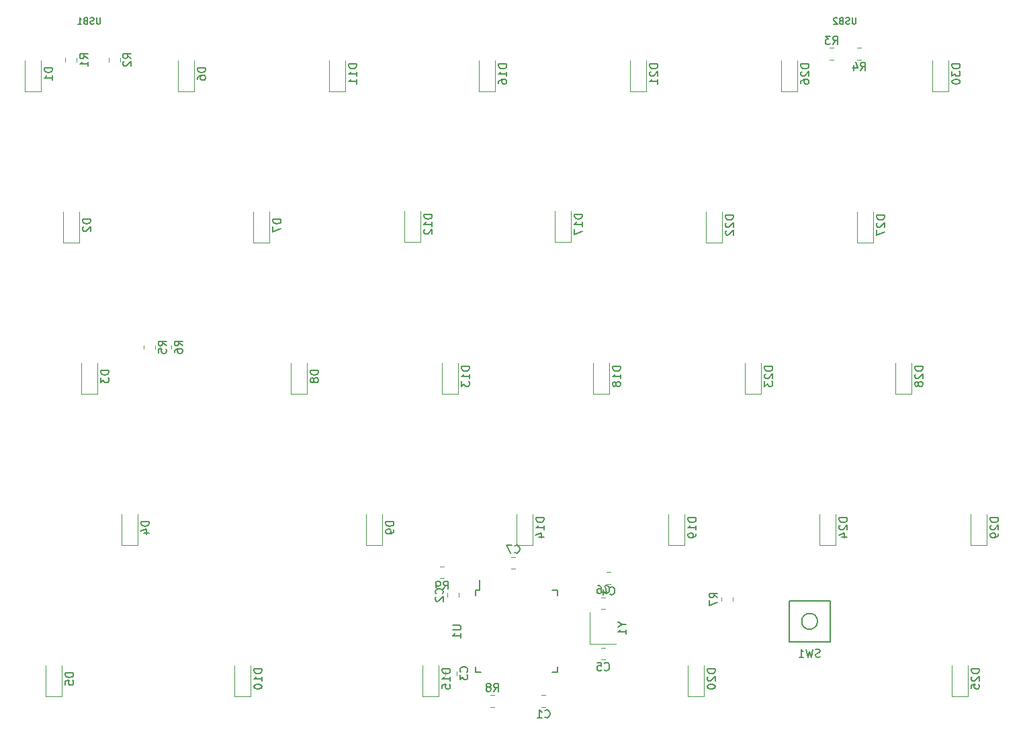
<source format=gbr>
%TF.GenerationSoftware,KiCad,Pcbnew,(5.1.10-1-10_14)*%
%TF.CreationDate,2022-06-17T20:08:22+09:00*%
%TF.ProjectId,pcb-left,7063622d-6c65-4667-942e-6b696361645f,rev?*%
%TF.SameCoordinates,Original*%
%TF.FileFunction,Legend,Bot*%
%TF.FilePolarity,Positive*%
%FSLAX46Y46*%
G04 Gerber Fmt 4.6, Leading zero omitted, Abs format (unit mm)*
G04 Created by KiCad (PCBNEW (5.1.10-1-10_14)) date 2022-06-17 20:08:22*
%MOMM*%
%LPD*%
G01*
G04 APERTURE LIST*
%ADD10C,0.120000*%
%ADD11C,0.150000*%
G04 APERTURE END LIST*
D10*
%TO.C,R9*%
X95816686Y-111977500D02*
X96270814Y-111977500D01*
X95816686Y-113447500D02*
X96270814Y-113447500D01*
%TO.C,Y1*%
X114682000Y-121761000D02*
X114682000Y-117761000D01*
X117982000Y-121761000D02*
X114682000Y-121761000D01*
D11*
%TO.C,U1*%
X100810000Y-114967000D02*
X100810000Y-113692000D01*
X100235000Y-125317000D02*
X100235000Y-124642000D01*
X110585000Y-125317000D02*
X110585000Y-124642000D01*
X110585000Y-114967000D02*
X110585000Y-115642000D01*
X100235000Y-114967000D02*
X100235000Y-115642000D01*
X110585000Y-114967000D02*
X109910000Y-114967000D01*
X110585000Y-125317000D02*
X109910000Y-125317000D01*
X100235000Y-125317000D02*
X100910000Y-125317000D01*
X100235000Y-114967000D02*
X100810000Y-114967000D01*
%TO.C,SW1*%
X144967000Y-116272000D02*
X139767000Y-116272000D01*
X139767000Y-116272000D02*
X139767000Y-121472000D01*
X139767000Y-121472000D02*
X144967000Y-121472000D01*
X144967000Y-121472000D02*
X144967000Y-116272000D01*
X143367000Y-118872000D02*
G75*
G03*
X143367000Y-118872000I-1000000J0D01*
G01*
D10*
%TO.C,R8*%
X102612564Y-129640000D02*
X102158436Y-129640000D01*
X102612564Y-128170000D02*
X102158436Y-128170000D01*
%TO.C,R7*%
X132688000Y-115850936D02*
X132688000Y-116305064D01*
X131218000Y-115850936D02*
X131218000Y-116305064D01*
%TO.C,R6*%
X60479000Y-84555064D02*
X60479000Y-84100936D01*
X61949000Y-84555064D02*
X61949000Y-84100936D01*
%TO.C,R5*%
X58447000Y-84555064D02*
X58447000Y-84100936D01*
X59917000Y-84555064D02*
X59917000Y-84100936D01*
%TO.C,R4*%
X148386436Y-46636000D02*
X148840564Y-46636000D01*
X148386436Y-48106000D02*
X148840564Y-48106000D01*
%TO.C,R3*%
X145364564Y-48106000D02*
X144910436Y-48106000D01*
X145364564Y-46636000D02*
X144910436Y-46636000D01*
%TO.C,R2*%
X54002000Y-48360064D02*
X54002000Y-47905936D01*
X55472000Y-48360064D02*
X55472000Y-47905936D01*
%TO.C,R1*%
X48541000Y-48383564D02*
X48541000Y-47929436D01*
X50011000Y-48383564D02*
X50011000Y-47929436D01*
%TO.C,D30*%
X159877000Y-52161000D02*
X159877000Y-48261000D01*
X157877000Y-52161000D02*
X157877000Y-48261000D01*
X159877000Y-52161000D02*
X157877000Y-52161000D01*
%TO.C,D29*%
X164703000Y-109311000D02*
X164703000Y-105411000D01*
X162703000Y-109311000D02*
X162703000Y-105411000D01*
X164703000Y-109311000D02*
X162703000Y-109311000D01*
%TO.C,D28*%
X155178000Y-90261000D02*
X155178000Y-86361000D01*
X153178000Y-90261000D02*
X153178000Y-86361000D01*
X155178000Y-90261000D02*
X153178000Y-90261000D01*
%TO.C,D27*%
X150352000Y-71211000D02*
X150352000Y-67311000D01*
X148352000Y-71211000D02*
X148352000Y-67311000D01*
X150352000Y-71211000D02*
X148352000Y-71211000D01*
%TO.C,D26*%
X140827000Y-52161000D02*
X140827000Y-48261000D01*
X138827000Y-52161000D02*
X138827000Y-48261000D01*
X140827000Y-52161000D02*
X138827000Y-52161000D01*
%TO.C,D25*%
X162290000Y-128361000D02*
X162290000Y-124461000D01*
X160290000Y-128361000D02*
X160290000Y-124461000D01*
X162290000Y-128361000D02*
X160290000Y-128361000D01*
%TO.C,D24*%
X145653000Y-109311000D02*
X145653000Y-105411000D01*
X143653000Y-109311000D02*
X143653000Y-105411000D01*
X145653000Y-109311000D02*
X143653000Y-109311000D01*
%TO.C,D23*%
X136255000Y-90261000D02*
X136255000Y-86361000D01*
X134255000Y-90261000D02*
X134255000Y-86361000D01*
X136255000Y-90261000D02*
X134255000Y-90261000D01*
%TO.C,D22*%
X131302000Y-71211000D02*
X131302000Y-67311000D01*
X129302000Y-71211000D02*
X129302000Y-67311000D01*
X131302000Y-71211000D02*
X129302000Y-71211000D01*
%TO.C,D21*%
X121777000Y-52161000D02*
X121777000Y-48261000D01*
X119777000Y-52161000D02*
X119777000Y-48261000D01*
X121777000Y-52161000D02*
X119777000Y-52161000D01*
%TO.C,D20*%
X129016000Y-128361000D02*
X129016000Y-124461000D01*
X127016000Y-128361000D02*
X127016000Y-124461000D01*
X129016000Y-128361000D02*
X127016000Y-128361000D01*
%TO.C,D19*%
X126603000Y-109311000D02*
X126603000Y-105411000D01*
X124603000Y-109311000D02*
X124603000Y-105411000D01*
X126603000Y-109311000D02*
X124603000Y-109311000D01*
%TO.C,D18*%
X117078000Y-90261000D02*
X117078000Y-86361000D01*
X115078000Y-90261000D02*
X115078000Y-86361000D01*
X117078000Y-90261000D02*
X115078000Y-90261000D01*
%TO.C,D17*%
X112252000Y-71084000D02*
X112252000Y-67184000D01*
X110252000Y-71084000D02*
X110252000Y-67184000D01*
X112252000Y-71084000D02*
X110252000Y-71084000D01*
%TO.C,D16*%
X102727000Y-52161000D02*
X102727000Y-48261000D01*
X100727000Y-52161000D02*
X100727000Y-48261000D01*
X102727000Y-52161000D02*
X100727000Y-52161000D01*
%TO.C,D15*%
X95615000Y-128361000D02*
X95615000Y-124461000D01*
X93615000Y-128361000D02*
X93615000Y-124461000D01*
X95615000Y-128361000D02*
X93615000Y-128361000D01*
%TO.C,D14*%
X107426000Y-109311000D02*
X107426000Y-105411000D01*
X105426000Y-109311000D02*
X105426000Y-105411000D01*
X107426000Y-109311000D02*
X105426000Y-109311000D01*
%TO.C,D13*%
X98028000Y-90261000D02*
X98028000Y-86361000D01*
X96028000Y-90261000D02*
X96028000Y-86361000D01*
X98028000Y-90261000D02*
X96028000Y-90261000D01*
%TO.C,D12*%
X93329000Y-71084000D02*
X93329000Y-67184000D01*
X91329000Y-71084000D02*
X91329000Y-67184000D01*
X93329000Y-71084000D02*
X91329000Y-71084000D01*
%TO.C,D11*%
X83804000Y-52161000D02*
X83804000Y-48261000D01*
X81804000Y-52161000D02*
X81804000Y-48261000D01*
X83804000Y-52161000D02*
X81804000Y-52161000D01*
%TO.C,D10*%
X71866000Y-128361000D02*
X71866000Y-124461000D01*
X69866000Y-128361000D02*
X69866000Y-124461000D01*
X71866000Y-128361000D02*
X69866000Y-128361000D01*
%TO.C,D9*%
X88503000Y-109311000D02*
X88503000Y-105411000D01*
X86503000Y-109311000D02*
X86503000Y-105411000D01*
X88503000Y-109311000D02*
X86503000Y-109311000D01*
%TO.C,D8*%
X78978000Y-90261000D02*
X78978000Y-86361000D01*
X76978000Y-90261000D02*
X76978000Y-86361000D01*
X78978000Y-90261000D02*
X76978000Y-90261000D01*
%TO.C,D7*%
X74279000Y-71211000D02*
X74279000Y-67311000D01*
X72279000Y-71211000D02*
X72279000Y-67311000D01*
X74279000Y-71211000D02*
X72279000Y-71211000D01*
%TO.C,D6*%
X64754000Y-52161000D02*
X64754000Y-48261000D01*
X62754000Y-52161000D02*
X62754000Y-48261000D01*
X64754000Y-52161000D02*
X62754000Y-52161000D01*
%TO.C,D5*%
X48117000Y-128361000D02*
X48117000Y-124461000D01*
X46117000Y-128361000D02*
X46117000Y-124461000D01*
X48117000Y-128361000D02*
X46117000Y-128361000D01*
%TO.C,D4*%
X57642000Y-109311000D02*
X57642000Y-105411000D01*
X55642000Y-109311000D02*
X55642000Y-105411000D01*
X57642000Y-109311000D02*
X55642000Y-109311000D01*
%TO.C,D3*%
X52562000Y-90261000D02*
X52562000Y-86361000D01*
X50562000Y-90261000D02*
X50562000Y-86361000D01*
X52562000Y-90261000D02*
X50562000Y-90261000D01*
%TO.C,D2*%
X50276000Y-71211000D02*
X50276000Y-67311000D01*
X48276000Y-71211000D02*
X48276000Y-67311000D01*
X50276000Y-71211000D02*
X48276000Y-71211000D01*
%TO.C,D1*%
X45450000Y-52161000D02*
X45450000Y-48261000D01*
X43450000Y-52161000D02*
X43450000Y-48261000D01*
X45450000Y-52161000D02*
X43450000Y-52161000D01*
%TO.C,C7*%
X105290252Y-112241000D02*
X104767748Y-112241000D01*
X105290252Y-110771000D02*
X104767748Y-110771000D01*
%TO.C,C6*%
X116593252Y-117321000D02*
X116070748Y-117321000D01*
X116593252Y-115851000D02*
X116070748Y-115851000D01*
%TO.C,C5*%
X116070748Y-122201000D02*
X116593252Y-122201000D01*
X116070748Y-123671000D02*
X116593252Y-123671000D01*
%TO.C,C4*%
X116766748Y-112676000D02*
X117289252Y-112676000D01*
X116766748Y-114146000D02*
X117289252Y-114146000D01*
%TO.C,C3*%
X96420000Y-125673752D02*
X96420000Y-125151248D01*
X97890000Y-125673752D02*
X97890000Y-125151248D01*
%TO.C,C2*%
X98144000Y-115308748D02*
X98144000Y-115831252D01*
X96674000Y-115308748D02*
X96674000Y-115831252D01*
%TO.C,C1*%
X108577748Y-128170000D02*
X109100252Y-128170000D01*
X108577748Y-129640000D02*
X109100252Y-129640000D01*
%TO.C,R9*%
D11*
X96210416Y-114814880D02*
X96543750Y-114338690D01*
X96781845Y-114814880D02*
X96781845Y-113814880D01*
X96400892Y-113814880D01*
X96305654Y-113862500D01*
X96258035Y-113910119D01*
X96210416Y-114005357D01*
X96210416Y-114148214D01*
X96258035Y-114243452D01*
X96305654Y-114291071D01*
X96400892Y-114338690D01*
X96781845Y-114338690D01*
X95734226Y-114814880D02*
X95543750Y-114814880D01*
X95448511Y-114767261D01*
X95400892Y-114719642D01*
X95305654Y-114576785D01*
X95258035Y-114386309D01*
X95258035Y-114005357D01*
X95305654Y-113910119D01*
X95353273Y-113862500D01*
X95448511Y-113814880D01*
X95638988Y-113814880D01*
X95734226Y-113862500D01*
X95781845Y-113910119D01*
X95829464Y-114005357D01*
X95829464Y-114243452D01*
X95781845Y-114338690D01*
X95734226Y-114386309D01*
X95638988Y-114433928D01*
X95448511Y-114433928D01*
X95353273Y-114386309D01*
X95305654Y-114338690D01*
X95258035Y-114243452D01*
%TO.C,Y1*%
X118758190Y-119284809D02*
X119234380Y-119284809D01*
X118234380Y-118951476D02*
X118758190Y-119284809D01*
X118234380Y-119618142D01*
X119234380Y-120475285D02*
X119234380Y-119903857D01*
X119234380Y-120189571D02*
X118234380Y-120189571D01*
X118377238Y-120094333D01*
X118472476Y-119999095D01*
X118520095Y-119903857D01*
%TO.C,USB2*%
X148202476Y-42847904D02*
X148202476Y-43495523D01*
X148164380Y-43571714D01*
X148126285Y-43609809D01*
X148050095Y-43647904D01*
X147897714Y-43647904D01*
X147821523Y-43609809D01*
X147783428Y-43571714D01*
X147745333Y-43495523D01*
X147745333Y-42847904D01*
X147402476Y-43609809D02*
X147288190Y-43647904D01*
X147097714Y-43647904D01*
X147021523Y-43609809D01*
X146983428Y-43571714D01*
X146945333Y-43495523D01*
X146945333Y-43419333D01*
X146983428Y-43343142D01*
X147021523Y-43305047D01*
X147097714Y-43266952D01*
X147250095Y-43228857D01*
X147326285Y-43190761D01*
X147364380Y-43152666D01*
X147402476Y-43076476D01*
X147402476Y-43000285D01*
X147364380Y-42924095D01*
X147326285Y-42886000D01*
X147250095Y-42847904D01*
X147059619Y-42847904D01*
X146945333Y-42886000D01*
X146335809Y-43228857D02*
X146221523Y-43266952D01*
X146183428Y-43305047D01*
X146145333Y-43381238D01*
X146145333Y-43495523D01*
X146183428Y-43571714D01*
X146221523Y-43609809D01*
X146297714Y-43647904D01*
X146602476Y-43647904D01*
X146602476Y-42847904D01*
X146335809Y-42847904D01*
X146259619Y-42886000D01*
X146221523Y-42924095D01*
X146183428Y-43000285D01*
X146183428Y-43076476D01*
X146221523Y-43152666D01*
X146259619Y-43190761D01*
X146335809Y-43228857D01*
X146602476Y-43228857D01*
X145840571Y-42924095D02*
X145802476Y-42886000D01*
X145726285Y-42847904D01*
X145535809Y-42847904D01*
X145459619Y-42886000D01*
X145421523Y-42924095D01*
X145383428Y-43000285D01*
X145383428Y-43076476D01*
X145421523Y-43190761D01*
X145878666Y-43647904D01*
X145383428Y-43647904D01*
%TO.C,USB1*%
X52952476Y-42847904D02*
X52952476Y-43495523D01*
X52914380Y-43571714D01*
X52876285Y-43609809D01*
X52800095Y-43647904D01*
X52647714Y-43647904D01*
X52571523Y-43609809D01*
X52533428Y-43571714D01*
X52495333Y-43495523D01*
X52495333Y-42847904D01*
X52152476Y-43609809D02*
X52038190Y-43647904D01*
X51847714Y-43647904D01*
X51771523Y-43609809D01*
X51733428Y-43571714D01*
X51695333Y-43495523D01*
X51695333Y-43419333D01*
X51733428Y-43343142D01*
X51771523Y-43305047D01*
X51847714Y-43266952D01*
X52000095Y-43228857D01*
X52076285Y-43190761D01*
X52114380Y-43152666D01*
X52152476Y-43076476D01*
X52152476Y-43000285D01*
X52114380Y-42924095D01*
X52076285Y-42886000D01*
X52000095Y-42847904D01*
X51809619Y-42847904D01*
X51695333Y-42886000D01*
X51085809Y-43228857D02*
X50971523Y-43266952D01*
X50933428Y-43305047D01*
X50895333Y-43381238D01*
X50895333Y-43495523D01*
X50933428Y-43571714D01*
X50971523Y-43609809D01*
X51047714Y-43647904D01*
X51352476Y-43647904D01*
X51352476Y-42847904D01*
X51085809Y-42847904D01*
X51009619Y-42886000D01*
X50971523Y-42924095D01*
X50933428Y-43000285D01*
X50933428Y-43076476D01*
X50971523Y-43152666D01*
X51009619Y-43190761D01*
X51085809Y-43228857D01*
X51352476Y-43228857D01*
X50133428Y-43647904D02*
X50590571Y-43647904D01*
X50362000Y-43647904D02*
X50362000Y-42847904D01*
X50438190Y-42962190D01*
X50514380Y-43038380D01*
X50590571Y-43076476D01*
%TO.C,U1*%
X97412380Y-119380095D02*
X98221904Y-119380095D01*
X98317142Y-119427714D01*
X98364761Y-119475333D01*
X98412380Y-119570571D01*
X98412380Y-119761047D01*
X98364761Y-119856285D01*
X98317142Y-119903904D01*
X98221904Y-119951523D01*
X97412380Y-119951523D01*
X98412380Y-120951523D02*
X98412380Y-120380095D01*
X98412380Y-120665809D02*
X97412380Y-120665809D01*
X97555238Y-120570571D01*
X97650476Y-120475333D01*
X97698095Y-120380095D01*
%TO.C,SW1*%
X143700333Y-123340761D02*
X143557476Y-123388380D01*
X143319380Y-123388380D01*
X143224142Y-123340761D01*
X143176523Y-123293142D01*
X143128904Y-123197904D01*
X143128904Y-123102666D01*
X143176523Y-123007428D01*
X143224142Y-122959809D01*
X143319380Y-122912190D01*
X143509857Y-122864571D01*
X143605095Y-122816952D01*
X143652714Y-122769333D01*
X143700333Y-122674095D01*
X143700333Y-122578857D01*
X143652714Y-122483619D01*
X143605095Y-122436000D01*
X143509857Y-122388380D01*
X143271761Y-122388380D01*
X143128904Y-122436000D01*
X142795571Y-122388380D02*
X142557476Y-123388380D01*
X142367000Y-122674095D01*
X142176523Y-123388380D01*
X141938428Y-122388380D01*
X141033666Y-123388380D02*
X141605095Y-123388380D01*
X141319380Y-123388380D02*
X141319380Y-122388380D01*
X141414619Y-122531238D01*
X141509857Y-122626476D01*
X141605095Y-122674095D01*
%TO.C,R8*%
X102552166Y-127707380D02*
X102885500Y-127231190D01*
X103123595Y-127707380D02*
X103123595Y-126707380D01*
X102742642Y-126707380D01*
X102647404Y-126755000D01*
X102599785Y-126802619D01*
X102552166Y-126897857D01*
X102552166Y-127040714D01*
X102599785Y-127135952D01*
X102647404Y-127183571D01*
X102742642Y-127231190D01*
X103123595Y-127231190D01*
X101980738Y-127135952D02*
X102075976Y-127088333D01*
X102123595Y-127040714D01*
X102171214Y-126945476D01*
X102171214Y-126897857D01*
X102123595Y-126802619D01*
X102075976Y-126755000D01*
X101980738Y-126707380D01*
X101790261Y-126707380D01*
X101695023Y-126755000D01*
X101647404Y-126802619D01*
X101599785Y-126897857D01*
X101599785Y-126945476D01*
X101647404Y-127040714D01*
X101695023Y-127088333D01*
X101790261Y-127135952D01*
X101980738Y-127135952D01*
X102075976Y-127183571D01*
X102123595Y-127231190D01*
X102171214Y-127326428D01*
X102171214Y-127516904D01*
X102123595Y-127612142D01*
X102075976Y-127659761D01*
X101980738Y-127707380D01*
X101790261Y-127707380D01*
X101695023Y-127659761D01*
X101647404Y-127612142D01*
X101599785Y-127516904D01*
X101599785Y-127326428D01*
X101647404Y-127231190D01*
X101695023Y-127183571D01*
X101790261Y-127135952D01*
%TO.C,R7*%
X130755380Y-115911333D02*
X130279190Y-115578000D01*
X130755380Y-115339904D02*
X129755380Y-115339904D01*
X129755380Y-115720857D01*
X129803000Y-115816095D01*
X129850619Y-115863714D01*
X129945857Y-115911333D01*
X130088714Y-115911333D01*
X130183952Y-115863714D01*
X130231571Y-115816095D01*
X130279190Y-115720857D01*
X130279190Y-115339904D01*
X129755380Y-116244666D02*
X129755380Y-116911333D01*
X130755380Y-116482761D01*
%TO.C,R6*%
X63316380Y-84161333D02*
X62840190Y-83828000D01*
X63316380Y-83589904D02*
X62316380Y-83589904D01*
X62316380Y-83970857D01*
X62364000Y-84066095D01*
X62411619Y-84113714D01*
X62506857Y-84161333D01*
X62649714Y-84161333D01*
X62744952Y-84113714D01*
X62792571Y-84066095D01*
X62840190Y-83970857D01*
X62840190Y-83589904D01*
X62316380Y-85018476D02*
X62316380Y-84828000D01*
X62364000Y-84732761D01*
X62411619Y-84685142D01*
X62554476Y-84589904D01*
X62744952Y-84542285D01*
X63125904Y-84542285D01*
X63221142Y-84589904D01*
X63268761Y-84637523D01*
X63316380Y-84732761D01*
X63316380Y-84923238D01*
X63268761Y-85018476D01*
X63221142Y-85066095D01*
X63125904Y-85113714D01*
X62887809Y-85113714D01*
X62792571Y-85066095D01*
X62744952Y-85018476D01*
X62697333Y-84923238D01*
X62697333Y-84732761D01*
X62744952Y-84637523D01*
X62792571Y-84589904D01*
X62887809Y-84542285D01*
%TO.C,R5*%
X61284380Y-84161333D02*
X60808190Y-83828000D01*
X61284380Y-83589904D02*
X60284380Y-83589904D01*
X60284380Y-83970857D01*
X60332000Y-84066095D01*
X60379619Y-84113714D01*
X60474857Y-84161333D01*
X60617714Y-84161333D01*
X60712952Y-84113714D01*
X60760571Y-84066095D01*
X60808190Y-83970857D01*
X60808190Y-83589904D01*
X60284380Y-85066095D02*
X60284380Y-84589904D01*
X60760571Y-84542285D01*
X60712952Y-84589904D01*
X60665333Y-84685142D01*
X60665333Y-84923238D01*
X60712952Y-85018476D01*
X60760571Y-85066095D01*
X60855809Y-85113714D01*
X61093904Y-85113714D01*
X61189142Y-85066095D01*
X61236761Y-85018476D01*
X61284380Y-84923238D01*
X61284380Y-84685142D01*
X61236761Y-84589904D01*
X61189142Y-84542285D01*
%TO.C,R4*%
X148780166Y-49473380D02*
X149113500Y-48997190D01*
X149351595Y-49473380D02*
X149351595Y-48473380D01*
X148970642Y-48473380D01*
X148875404Y-48521000D01*
X148827785Y-48568619D01*
X148780166Y-48663857D01*
X148780166Y-48806714D01*
X148827785Y-48901952D01*
X148875404Y-48949571D01*
X148970642Y-48997190D01*
X149351595Y-48997190D01*
X147923023Y-48806714D02*
X147923023Y-49473380D01*
X148161119Y-48425761D02*
X148399214Y-49140047D01*
X147780166Y-49140047D01*
%TO.C,R3*%
X145304166Y-46173380D02*
X145637500Y-45697190D01*
X145875595Y-46173380D02*
X145875595Y-45173380D01*
X145494642Y-45173380D01*
X145399404Y-45221000D01*
X145351785Y-45268619D01*
X145304166Y-45363857D01*
X145304166Y-45506714D01*
X145351785Y-45601952D01*
X145399404Y-45649571D01*
X145494642Y-45697190D01*
X145875595Y-45697190D01*
X144970833Y-45173380D02*
X144351785Y-45173380D01*
X144685119Y-45554333D01*
X144542261Y-45554333D01*
X144447023Y-45601952D01*
X144399404Y-45649571D01*
X144351785Y-45744809D01*
X144351785Y-45982904D01*
X144399404Y-46078142D01*
X144447023Y-46125761D01*
X144542261Y-46173380D01*
X144827976Y-46173380D01*
X144923214Y-46125761D01*
X144970833Y-46078142D01*
%TO.C,R2*%
X56839380Y-47966333D02*
X56363190Y-47633000D01*
X56839380Y-47394904D02*
X55839380Y-47394904D01*
X55839380Y-47775857D01*
X55887000Y-47871095D01*
X55934619Y-47918714D01*
X56029857Y-47966333D01*
X56172714Y-47966333D01*
X56267952Y-47918714D01*
X56315571Y-47871095D01*
X56363190Y-47775857D01*
X56363190Y-47394904D01*
X55934619Y-48347285D02*
X55887000Y-48394904D01*
X55839380Y-48490142D01*
X55839380Y-48728238D01*
X55887000Y-48823476D01*
X55934619Y-48871095D01*
X56029857Y-48918714D01*
X56125095Y-48918714D01*
X56267952Y-48871095D01*
X56839380Y-48299666D01*
X56839380Y-48918714D01*
%TO.C,R1*%
X51378380Y-47989833D02*
X50902190Y-47656500D01*
X51378380Y-47418404D02*
X50378380Y-47418404D01*
X50378380Y-47799357D01*
X50426000Y-47894595D01*
X50473619Y-47942214D01*
X50568857Y-47989833D01*
X50711714Y-47989833D01*
X50806952Y-47942214D01*
X50854571Y-47894595D01*
X50902190Y-47799357D01*
X50902190Y-47418404D01*
X51378380Y-48942214D02*
X51378380Y-48370785D01*
X51378380Y-48656500D02*
X50378380Y-48656500D01*
X50521238Y-48561261D01*
X50616476Y-48466023D01*
X50664095Y-48370785D01*
%TO.C,D30*%
X161329380Y-48696714D02*
X160329380Y-48696714D01*
X160329380Y-48934809D01*
X160377000Y-49077666D01*
X160472238Y-49172904D01*
X160567476Y-49220523D01*
X160757952Y-49268142D01*
X160900809Y-49268142D01*
X161091285Y-49220523D01*
X161186523Y-49172904D01*
X161281761Y-49077666D01*
X161329380Y-48934809D01*
X161329380Y-48696714D01*
X160329380Y-49601476D02*
X160329380Y-50220523D01*
X160710333Y-49887190D01*
X160710333Y-50030047D01*
X160757952Y-50125285D01*
X160805571Y-50172904D01*
X160900809Y-50220523D01*
X161138904Y-50220523D01*
X161234142Y-50172904D01*
X161281761Y-50125285D01*
X161329380Y-50030047D01*
X161329380Y-49744333D01*
X161281761Y-49649095D01*
X161234142Y-49601476D01*
X160329380Y-50839571D02*
X160329380Y-50934809D01*
X160377000Y-51030047D01*
X160424619Y-51077666D01*
X160519857Y-51125285D01*
X160710333Y-51172904D01*
X160948428Y-51172904D01*
X161138904Y-51125285D01*
X161234142Y-51077666D01*
X161281761Y-51030047D01*
X161329380Y-50934809D01*
X161329380Y-50839571D01*
X161281761Y-50744333D01*
X161234142Y-50696714D01*
X161138904Y-50649095D01*
X160948428Y-50601476D01*
X160710333Y-50601476D01*
X160519857Y-50649095D01*
X160424619Y-50696714D01*
X160377000Y-50744333D01*
X160329380Y-50839571D01*
%TO.C,D29*%
X166155380Y-105846714D02*
X165155380Y-105846714D01*
X165155380Y-106084809D01*
X165203000Y-106227666D01*
X165298238Y-106322904D01*
X165393476Y-106370523D01*
X165583952Y-106418142D01*
X165726809Y-106418142D01*
X165917285Y-106370523D01*
X166012523Y-106322904D01*
X166107761Y-106227666D01*
X166155380Y-106084809D01*
X166155380Y-105846714D01*
X165250619Y-106799095D02*
X165203000Y-106846714D01*
X165155380Y-106941952D01*
X165155380Y-107180047D01*
X165203000Y-107275285D01*
X165250619Y-107322904D01*
X165345857Y-107370523D01*
X165441095Y-107370523D01*
X165583952Y-107322904D01*
X166155380Y-106751476D01*
X166155380Y-107370523D01*
X166155380Y-107846714D02*
X166155380Y-108037190D01*
X166107761Y-108132428D01*
X166060142Y-108180047D01*
X165917285Y-108275285D01*
X165726809Y-108322904D01*
X165345857Y-108322904D01*
X165250619Y-108275285D01*
X165203000Y-108227666D01*
X165155380Y-108132428D01*
X165155380Y-107941952D01*
X165203000Y-107846714D01*
X165250619Y-107799095D01*
X165345857Y-107751476D01*
X165583952Y-107751476D01*
X165679190Y-107799095D01*
X165726809Y-107846714D01*
X165774428Y-107941952D01*
X165774428Y-108132428D01*
X165726809Y-108227666D01*
X165679190Y-108275285D01*
X165583952Y-108322904D01*
%TO.C,D28*%
X156630380Y-86796714D02*
X155630380Y-86796714D01*
X155630380Y-87034809D01*
X155678000Y-87177666D01*
X155773238Y-87272904D01*
X155868476Y-87320523D01*
X156058952Y-87368142D01*
X156201809Y-87368142D01*
X156392285Y-87320523D01*
X156487523Y-87272904D01*
X156582761Y-87177666D01*
X156630380Y-87034809D01*
X156630380Y-86796714D01*
X155725619Y-87749095D02*
X155678000Y-87796714D01*
X155630380Y-87891952D01*
X155630380Y-88130047D01*
X155678000Y-88225285D01*
X155725619Y-88272904D01*
X155820857Y-88320523D01*
X155916095Y-88320523D01*
X156058952Y-88272904D01*
X156630380Y-87701476D01*
X156630380Y-88320523D01*
X156058952Y-88891952D02*
X156011333Y-88796714D01*
X155963714Y-88749095D01*
X155868476Y-88701476D01*
X155820857Y-88701476D01*
X155725619Y-88749095D01*
X155678000Y-88796714D01*
X155630380Y-88891952D01*
X155630380Y-89082428D01*
X155678000Y-89177666D01*
X155725619Y-89225285D01*
X155820857Y-89272904D01*
X155868476Y-89272904D01*
X155963714Y-89225285D01*
X156011333Y-89177666D01*
X156058952Y-89082428D01*
X156058952Y-88891952D01*
X156106571Y-88796714D01*
X156154190Y-88749095D01*
X156249428Y-88701476D01*
X156439904Y-88701476D01*
X156535142Y-88749095D01*
X156582761Y-88796714D01*
X156630380Y-88891952D01*
X156630380Y-89082428D01*
X156582761Y-89177666D01*
X156535142Y-89225285D01*
X156439904Y-89272904D01*
X156249428Y-89272904D01*
X156154190Y-89225285D01*
X156106571Y-89177666D01*
X156058952Y-89082428D01*
%TO.C,D27*%
X151804380Y-67746714D02*
X150804380Y-67746714D01*
X150804380Y-67984809D01*
X150852000Y-68127666D01*
X150947238Y-68222904D01*
X151042476Y-68270523D01*
X151232952Y-68318142D01*
X151375809Y-68318142D01*
X151566285Y-68270523D01*
X151661523Y-68222904D01*
X151756761Y-68127666D01*
X151804380Y-67984809D01*
X151804380Y-67746714D01*
X150899619Y-68699095D02*
X150852000Y-68746714D01*
X150804380Y-68841952D01*
X150804380Y-69080047D01*
X150852000Y-69175285D01*
X150899619Y-69222904D01*
X150994857Y-69270523D01*
X151090095Y-69270523D01*
X151232952Y-69222904D01*
X151804380Y-68651476D01*
X151804380Y-69270523D01*
X150804380Y-69603857D02*
X150804380Y-70270523D01*
X151804380Y-69841952D01*
%TO.C,D26*%
X142279380Y-48696714D02*
X141279380Y-48696714D01*
X141279380Y-48934809D01*
X141327000Y-49077666D01*
X141422238Y-49172904D01*
X141517476Y-49220523D01*
X141707952Y-49268142D01*
X141850809Y-49268142D01*
X142041285Y-49220523D01*
X142136523Y-49172904D01*
X142231761Y-49077666D01*
X142279380Y-48934809D01*
X142279380Y-48696714D01*
X141374619Y-49649095D02*
X141327000Y-49696714D01*
X141279380Y-49791952D01*
X141279380Y-50030047D01*
X141327000Y-50125285D01*
X141374619Y-50172904D01*
X141469857Y-50220523D01*
X141565095Y-50220523D01*
X141707952Y-50172904D01*
X142279380Y-49601476D01*
X142279380Y-50220523D01*
X141279380Y-51077666D02*
X141279380Y-50887190D01*
X141327000Y-50791952D01*
X141374619Y-50744333D01*
X141517476Y-50649095D01*
X141707952Y-50601476D01*
X142088904Y-50601476D01*
X142184142Y-50649095D01*
X142231761Y-50696714D01*
X142279380Y-50791952D01*
X142279380Y-50982428D01*
X142231761Y-51077666D01*
X142184142Y-51125285D01*
X142088904Y-51172904D01*
X141850809Y-51172904D01*
X141755571Y-51125285D01*
X141707952Y-51077666D01*
X141660333Y-50982428D01*
X141660333Y-50791952D01*
X141707952Y-50696714D01*
X141755571Y-50649095D01*
X141850809Y-50601476D01*
%TO.C,D25*%
X163742380Y-124896714D02*
X162742380Y-124896714D01*
X162742380Y-125134809D01*
X162790000Y-125277666D01*
X162885238Y-125372904D01*
X162980476Y-125420523D01*
X163170952Y-125468142D01*
X163313809Y-125468142D01*
X163504285Y-125420523D01*
X163599523Y-125372904D01*
X163694761Y-125277666D01*
X163742380Y-125134809D01*
X163742380Y-124896714D01*
X162837619Y-125849095D02*
X162790000Y-125896714D01*
X162742380Y-125991952D01*
X162742380Y-126230047D01*
X162790000Y-126325285D01*
X162837619Y-126372904D01*
X162932857Y-126420523D01*
X163028095Y-126420523D01*
X163170952Y-126372904D01*
X163742380Y-125801476D01*
X163742380Y-126420523D01*
X162742380Y-127325285D02*
X162742380Y-126849095D01*
X163218571Y-126801476D01*
X163170952Y-126849095D01*
X163123333Y-126944333D01*
X163123333Y-127182428D01*
X163170952Y-127277666D01*
X163218571Y-127325285D01*
X163313809Y-127372904D01*
X163551904Y-127372904D01*
X163647142Y-127325285D01*
X163694761Y-127277666D01*
X163742380Y-127182428D01*
X163742380Y-126944333D01*
X163694761Y-126849095D01*
X163647142Y-126801476D01*
%TO.C,D24*%
X147105380Y-105846714D02*
X146105380Y-105846714D01*
X146105380Y-106084809D01*
X146153000Y-106227666D01*
X146248238Y-106322904D01*
X146343476Y-106370523D01*
X146533952Y-106418142D01*
X146676809Y-106418142D01*
X146867285Y-106370523D01*
X146962523Y-106322904D01*
X147057761Y-106227666D01*
X147105380Y-106084809D01*
X147105380Y-105846714D01*
X146200619Y-106799095D02*
X146153000Y-106846714D01*
X146105380Y-106941952D01*
X146105380Y-107180047D01*
X146153000Y-107275285D01*
X146200619Y-107322904D01*
X146295857Y-107370523D01*
X146391095Y-107370523D01*
X146533952Y-107322904D01*
X147105380Y-106751476D01*
X147105380Y-107370523D01*
X146438714Y-108227666D02*
X147105380Y-108227666D01*
X146057761Y-107989571D02*
X146772047Y-107751476D01*
X146772047Y-108370523D01*
%TO.C,D23*%
X137707380Y-86796714D02*
X136707380Y-86796714D01*
X136707380Y-87034809D01*
X136755000Y-87177666D01*
X136850238Y-87272904D01*
X136945476Y-87320523D01*
X137135952Y-87368142D01*
X137278809Y-87368142D01*
X137469285Y-87320523D01*
X137564523Y-87272904D01*
X137659761Y-87177666D01*
X137707380Y-87034809D01*
X137707380Y-86796714D01*
X136802619Y-87749095D02*
X136755000Y-87796714D01*
X136707380Y-87891952D01*
X136707380Y-88130047D01*
X136755000Y-88225285D01*
X136802619Y-88272904D01*
X136897857Y-88320523D01*
X136993095Y-88320523D01*
X137135952Y-88272904D01*
X137707380Y-87701476D01*
X137707380Y-88320523D01*
X136707380Y-88653857D02*
X136707380Y-89272904D01*
X137088333Y-88939571D01*
X137088333Y-89082428D01*
X137135952Y-89177666D01*
X137183571Y-89225285D01*
X137278809Y-89272904D01*
X137516904Y-89272904D01*
X137612142Y-89225285D01*
X137659761Y-89177666D01*
X137707380Y-89082428D01*
X137707380Y-88796714D01*
X137659761Y-88701476D01*
X137612142Y-88653857D01*
%TO.C,D22*%
X132754380Y-67746714D02*
X131754380Y-67746714D01*
X131754380Y-67984809D01*
X131802000Y-68127666D01*
X131897238Y-68222904D01*
X131992476Y-68270523D01*
X132182952Y-68318142D01*
X132325809Y-68318142D01*
X132516285Y-68270523D01*
X132611523Y-68222904D01*
X132706761Y-68127666D01*
X132754380Y-67984809D01*
X132754380Y-67746714D01*
X131849619Y-68699095D02*
X131802000Y-68746714D01*
X131754380Y-68841952D01*
X131754380Y-69080047D01*
X131802000Y-69175285D01*
X131849619Y-69222904D01*
X131944857Y-69270523D01*
X132040095Y-69270523D01*
X132182952Y-69222904D01*
X132754380Y-68651476D01*
X132754380Y-69270523D01*
X131849619Y-69651476D02*
X131802000Y-69699095D01*
X131754380Y-69794333D01*
X131754380Y-70032428D01*
X131802000Y-70127666D01*
X131849619Y-70175285D01*
X131944857Y-70222904D01*
X132040095Y-70222904D01*
X132182952Y-70175285D01*
X132754380Y-69603857D01*
X132754380Y-70222904D01*
%TO.C,D21*%
X123229380Y-48696714D02*
X122229380Y-48696714D01*
X122229380Y-48934809D01*
X122277000Y-49077666D01*
X122372238Y-49172904D01*
X122467476Y-49220523D01*
X122657952Y-49268142D01*
X122800809Y-49268142D01*
X122991285Y-49220523D01*
X123086523Y-49172904D01*
X123181761Y-49077666D01*
X123229380Y-48934809D01*
X123229380Y-48696714D01*
X122324619Y-49649095D02*
X122277000Y-49696714D01*
X122229380Y-49791952D01*
X122229380Y-50030047D01*
X122277000Y-50125285D01*
X122324619Y-50172904D01*
X122419857Y-50220523D01*
X122515095Y-50220523D01*
X122657952Y-50172904D01*
X123229380Y-49601476D01*
X123229380Y-50220523D01*
X123229380Y-51172904D02*
X123229380Y-50601476D01*
X123229380Y-50887190D02*
X122229380Y-50887190D01*
X122372238Y-50791952D01*
X122467476Y-50696714D01*
X122515095Y-50601476D01*
%TO.C,D20*%
X130468380Y-124896714D02*
X129468380Y-124896714D01*
X129468380Y-125134809D01*
X129516000Y-125277666D01*
X129611238Y-125372904D01*
X129706476Y-125420523D01*
X129896952Y-125468142D01*
X130039809Y-125468142D01*
X130230285Y-125420523D01*
X130325523Y-125372904D01*
X130420761Y-125277666D01*
X130468380Y-125134809D01*
X130468380Y-124896714D01*
X129563619Y-125849095D02*
X129516000Y-125896714D01*
X129468380Y-125991952D01*
X129468380Y-126230047D01*
X129516000Y-126325285D01*
X129563619Y-126372904D01*
X129658857Y-126420523D01*
X129754095Y-126420523D01*
X129896952Y-126372904D01*
X130468380Y-125801476D01*
X130468380Y-126420523D01*
X129468380Y-127039571D02*
X129468380Y-127134809D01*
X129516000Y-127230047D01*
X129563619Y-127277666D01*
X129658857Y-127325285D01*
X129849333Y-127372904D01*
X130087428Y-127372904D01*
X130277904Y-127325285D01*
X130373142Y-127277666D01*
X130420761Y-127230047D01*
X130468380Y-127134809D01*
X130468380Y-127039571D01*
X130420761Y-126944333D01*
X130373142Y-126896714D01*
X130277904Y-126849095D01*
X130087428Y-126801476D01*
X129849333Y-126801476D01*
X129658857Y-126849095D01*
X129563619Y-126896714D01*
X129516000Y-126944333D01*
X129468380Y-127039571D01*
%TO.C,D19*%
X128055380Y-105846714D02*
X127055380Y-105846714D01*
X127055380Y-106084809D01*
X127103000Y-106227666D01*
X127198238Y-106322904D01*
X127293476Y-106370523D01*
X127483952Y-106418142D01*
X127626809Y-106418142D01*
X127817285Y-106370523D01*
X127912523Y-106322904D01*
X128007761Y-106227666D01*
X128055380Y-106084809D01*
X128055380Y-105846714D01*
X128055380Y-107370523D02*
X128055380Y-106799095D01*
X128055380Y-107084809D02*
X127055380Y-107084809D01*
X127198238Y-106989571D01*
X127293476Y-106894333D01*
X127341095Y-106799095D01*
X128055380Y-107846714D02*
X128055380Y-108037190D01*
X128007761Y-108132428D01*
X127960142Y-108180047D01*
X127817285Y-108275285D01*
X127626809Y-108322904D01*
X127245857Y-108322904D01*
X127150619Y-108275285D01*
X127103000Y-108227666D01*
X127055380Y-108132428D01*
X127055380Y-107941952D01*
X127103000Y-107846714D01*
X127150619Y-107799095D01*
X127245857Y-107751476D01*
X127483952Y-107751476D01*
X127579190Y-107799095D01*
X127626809Y-107846714D01*
X127674428Y-107941952D01*
X127674428Y-108132428D01*
X127626809Y-108227666D01*
X127579190Y-108275285D01*
X127483952Y-108322904D01*
%TO.C,D18*%
X118530380Y-86796714D02*
X117530380Y-86796714D01*
X117530380Y-87034809D01*
X117578000Y-87177666D01*
X117673238Y-87272904D01*
X117768476Y-87320523D01*
X117958952Y-87368142D01*
X118101809Y-87368142D01*
X118292285Y-87320523D01*
X118387523Y-87272904D01*
X118482761Y-87177666D01*
X118530380Y-87034809D01*
X118530380Y-86796714D01*
X118530380Y-88320523D02*
X118530380Y-87749095D01*
X118530380Y-88034809D02*
X117530380Y-88034809D01*
X117673238Y-87939571D01*
X117768476Y-87844333D01*
X117816095Y-87749095D01*
X117958952Y-88891952D02*
X117911333Y-88796714D01*
X117863714Y-88749095D01*
X117768476Y-88701476D01*
X117720857Y-88701476D01*
X117625619Y-88749095D01*
X117578000Y-88796714D01*
X117530380Y-88891952D01*
X117530380Y-89082428D01*
X117578000Y-89177666D01*
X117625619Y-89225285D01*
X117720857Y-89272904D01*
X117768476Y-89272904D01*
X117863714Y-89225285D01*
X117911333Y-89177666D01*
X117958952Y-89082428D01*
X117958952Y-88891952D01*
X118006571Y-88796714D01*
X118054190Y-88749095D01*
X118149428Y-88701476D01*
X118339904Y-88701476D01*
X118435142Y-88749095D01*
X118482761Y-88796714D01*
X118530380Y-88891952D01*
X118530380Y-89082428D01*
X118482761Y-89177666D01*
X118435142Y-89225285D01*
X118339904Y-89272904D01*
X118149428Y-89272904D01*
X118054190Y-89225285D01*
X118006571Y-89177666D01*
X117958952Y-89082428D01*
%TO.C,D17*%
X113704380Y-67619714D02*
X112704380Y-67619714D01*
X112704380Y-67857809D01*
X112752000Y-68000666D01*
X112847238Y-68095904D01*
X112942476Y-68143523D01*
X113132952Y-68191142D01*
X113275809Y-68191142D01*
X113466285Y-68143523D01*
X113561523Y-68095904D01*
X113656761Y-68000666D01*
X113704380Y-67857809D01*
X113704380Y-67619714D01*
X113704380Y-69143523D02*
X113704380Y-68572095D01*
X113704380Y-68857809D02*
X112704380Y-68857809D01*
X112847238Y-68762571D01*
X112942476Y-68667333D01*
X112990095Y-68572095D01*
X112704380Y-69476857D02*
X112704380Y-70143523D01*
X113704380Y-69714952D01*
%TO.C,D16*%
X104179380Y-48696714D02*
X103179380Y-48696714D01*
X103179380Y-48934809D01*
X103227000Y-49077666D01*
X103322238Y-49172904D01*
X103417476Y-49220523D01*
X103607952Y-49268142D01*
X103750809Y-49268142D01*
X103941285Y-49220523D01*
X104036523Y-49172904D01*
X104131761Y-49077666D01*
X104179380Y-48934809D01*
X104179380Y-48696714D01*
X104179380Y-50220523D02*
X104179380Y-49649095D01*
X104179380Y-49934809D02*
X103179380Y-49934809D01*
X103322238Y-49839571D01*
X103417476Y-49744333D01*
X103465095Y-49649095D01*
X103179380Y-51077666D02*
X103179380Y-50887190D01*
X103227000Y-50791952D01*
X103274619Y-50744333D01*
X103417476Y-50649095D01*
X103607952Y-50601476D01*
X103988904Y-50601476D01*
X104084142Y-50649095D01*
X104131761Y-50696714D01*
X104179380Y-50791952D01*
X104179380Y-50982428D01*
X104131761Y-51077666D01*
X104084142Y-51125285D01*
X103988904Y-51172904D01*
X103750809Y-51172904D01*
X103655571Y-51125285D01*
X103607952Y-51077666D01*
X103560333Y-50982428D01*
X103560333Y-50791952D01*
X103607952Y-50696714D01*
X103655571Y-50649095D01*
X103750809Y-50601476D01*
%TO.C,D15*%
X97067380Y-124896714D02*
X96067380Y-124896714D01*
X96067380Y-125134809D01*
X96115000Y-125277666D01*
X96210238Y-125372904D01*
X96305476Y-125420523D01*
X96495952Y-125468142D01*
X96638809Y-125468142D01*
X96829285Y-125420523D01*
X96924523Y-125372904D01*
X97019761Y-125277666D01*
X97067380Y-125134809D01*
X97067380Y-124896714D01*
X97067380Y-126420523D02*
X97067380Y-125849095D01*
X97067380Y-126134809D02*
X96067380Y-126134809D01*
X96210238Y-126039571D01*
X96305476Y-125944333D01*
X96353095Y-125849095D01*
X96067380Y-127325285D02*
X96067380Y-126849095D01*
X96543571Y-126801476D01*
X96495952Y-126849095D01*
X96448333Y-126944333D01*
X96448333Y-127182428D01*
X96495952Y-127277666D01*
X96543571Y-127325285D01*
X96638809Y-127372904D01*
X96876904Y-127372904D01*
X96972142Y-127325285D01*
X97019761Y-127277666D01*
X97067380Y-127182428D01*
X97067380Y-126944333D01*
X97019761Y-126849095D01*
X96972142Y-126801476D01*
%TO.C,D14*%
X108878380Y-105846714D02*
X107878380Y-105846714D01*
X107878380Y-106084809D01*
X107926000Y-106227666D01*
X108021238Y-106322904D01*
X108116476Y-106370523D01*
X108306952Y-106418142D01*
X108449809Y-106418142D01*
X108640285Y-106370523D01*
X108735523Y-106322904D01*
X108830761Y-106227666D01*
X108878380Y-106084809D01*
X108878380Y-105846714D01*
X108878380Y-107370523D02*
X108878380Y-106799095D01*
X108878380Y-107084809D02*
X107878380Y-107084809D01*
X108021238Y-106989571D01*
X108116476Y-106894333D01*
X108164095Y-106799095D01*
X108211714Y-108227666D02*
X108878380Y-108227666D01*
X107830761Y-107989571D02*
X108545047Y-107751476D01*
X108545047Y-108370523D01*
%TO.C,D13*%
X99480380Y-86796714D02*
X98480380Y-86796714D01*
X98480380Y-87034809D01*
X98528000Y-87177666D01*
X98623238Y-87272904D01*
X98718476Y-87320523D01*
X98908952Y-87368142D01*
X99051809Y-87368142D01*
X99242285Y-87320523D01*
X99337523Y-87272904D01*
X99432761Y-87177666D01*
X99480380Y-87034809D01*
X99480380Y-86796714D01*
X99480380Y-88320523D02*
X99480380Y-87749095D01*
X99480380Y-88034809D02*
X98480380Y-88034809D01*
X98623238Y-87939571D01*
X98718476Y-87844333D01*
X98766095Y-87749095D01*
X98480380Y-88653857D02*
X98480380Y-89272904D01*
X98861333Y-88939571D01*
X98861333Y-89082428D01*
X98908952Y-89177666D01*
X98956571Y-89225285D01*
X99051809Y-89272904D01*
X99289904Y-89272904D01*
X99385142Y-89225285D01*
X99432761Y-89177666D01*
X99480380Y-89082428D01*
X99480380Y-88796714D01*
X99432761Y-88701476D01*
X99385142Y-88653857D01*
%TO.C,D12*%
X94781380Y-67619714D02*
X93781380Y-67619714D01*
X93781380Y-67857809D01*
X93829000Y-68000666D01*
X93924238Y-68095904D01*
X94019476Y-68143523D01*
X94209952Y-68191142D01*
X94352809Y-68191142D01*
X94543285Y-68143523D01*
X94638523Y-68095904D01*
X94733761Y-68000666D01*
X94781380Y-67857809D01*
X94781380Y-67619714D01*
X94781380Y-69143523D02*
X94781380Y-68572095D01*
X94781380Y-68857809D02*
X93781380Y-68857809D01*
X93924238Y-68762571D01*
X94019476Y-68667333D01*
X94067095Y-68572095D01*
X93876619Y-69524476D02*
X93829000Y-69572095D01*
X93781380Y-69667333D01*
X93781380Y-69905428D01*
X93829000Y-70000666D01*
X93876619Y-70048285D01*
X93971857Y-70095904D01*
X94067095Y-70095904D01*
X94209952Y-70048285D01*
X94781380Y-69476857D01*
X94781380Y-70095904D01*
%TO.C,D11*%
X85256380Y-48696714D02*
X84256380Y-48696714D01*
X84256380Y-48934809D01*
X84304000Y-49077666D01*
X84399238Y-49172904D01*
X84494476Y-49220523D01*
X84684952Y-49268142D01*
X84827809Y-49268142D01*
X85018285Y-49220523D01*
X85113523Y-49172904D01*
X85208761Y-49077666D01*
X85256380Y-48934809D01*
X85256380Y-48696714D01*
X85256380Y-50220523D02*
X85256380Y-49649095D01*
X85256380Y-49934809D02*
X84256380Y-49934809D01*
X84399238Y-49839571D01*
X84494476Y-49744333D01*
X84542095Y-49649095D01*
X85256380Y-51172904D02*
X85256380Y-50601476D01*
X85256380Y-50887190D02*
X84256380Y-50887190D01*
X84399238Y-50791952D01*
X84494476Y-50696714D01*
X84542095Y-50601476D01*
%TO.C,D10*%
X73318380Y-124896714D02*
X72318380Y-124896714D01*
X72318380Y-125134809D01*
X72366000Y-125277666D01*
X72461238Y-125372904D01*
X72556476Y-125420523D01*
X72746952Y-125468142D01*
X72889809Y-125468142D01*
X73080285Y-125420523D01*
X73175523Y-125372904D01*
X73270761Y-125277666D01*
X73318380Y-125134809D01*
X73318380Y-124896714D01*
X73318380Y-126420523D02*
X73318380Y-125849095D01*
X73318380Y-126134809D02*
X72318380Y-126134809D01*
X72461238Y-126039571D01*
X72556476Y-125944333D01*
X72604095Y-125849095D01*
X72318380Y-127039571D02*
X72318380Y-127134809D01*
X72366000Y-127230047D01*
X72413619Y-127277666D01*
X72508857Y-127325285D01*
X72699333Y-127372904D01*
X72937428Y-127372904D01*
X73127904Y-127325285D01*
X73223142Y-127277666D01*
X73270761Y-127230047D01*
X73318380Y-127134809D01*
X73318380Y-127039571D01*
X73270761Y-126944333D01*
X73223142Y-126896714D01*
X73127904Y-126849095D01*
X72937428Y-126801476D01*
X72699333Y-126801476D01*
X72508857Y-126849095D01*
X72413619Y-126896714D01*
X72366000Y-126944333D01*
X72318380Y-127039571D01*
%TO.C,D9*%
X89955380Y-106322904D02*
X88955380Y-106322904D01*
X88955380Y-106561000D01*
X89003000Y-106703857D01*
X89098238Y-106799095D01*
X89193476Y-106846714D01*
X89383952Y-106894333D01*
X89526809Y-106894333D01*
X89717285Y-106846714D01*
X89812523Y-106799095D01*
X89907761Y-106703857D01*
X89955380Y-106561000D01*
X89955380Y-106322904D01*
X89955380Y-107370523D02*
X89955380Y-107561000D01*
X89907761Y-107656238D01*
X89860142Y-107703857D01*
X89717285Y-107799095D01*
X89526809Y-107846714D01*
X89145857Y-107846714D01*
X89050619Y-107799095D01*
X89003000Y-107751476D01*
X88955380Y-107656238D01*
X88955380Y-107465761D01*
X89003000Y-107370523D01*
X89050619Y-107322904D01*
X89145857Y-107275285D01*
X89383952Y-107275285D01*
X89479190Y-107322904D01*
X89526809Y-107370523D01*
X89574428Y-107465761D01*
X89574428Y-107656238D01*
X89526809Y-107751476D01*
X89479190Y-107799095D01*
X89383952Y-107846714D01*
%TO.C,D8*%
X80430380Y-87272904D02*
X79430380Y-87272904D01*
X79430380Y-87511000D01*
X79478000Y-87653857D01*
X79573238Y-87749095D01*
X79668476Y-87796714D01*
X79858952Y-87844333D01*
X80001809Y-87844333D01*
X80192285Y-87796714D01*
X80287523Y-87749095D01*
X80382761Y-87653857D01*
X80430380Y-87511000D01*
X80430380Y-87272904D01*
X79858952Y-88415761D02*
X79811333Y-88320523D01*
X79763714Y-88272904D01*
X79668476Y-88225285D01*
X79620857Y-88225285D01*
X79525619Y-88272904D01*
X79478000Y-88320523D01*
X79430380Y-88415761D01*
X79430380Y-88606238D01*
X79478000Y-88701476D01*
X79525619Y-88749095D01*
X79620857Y-88796714D01*
X79668476Y-88796714D01*
X79763714Y-88749095D01*
X79811333Y-88701476D01*
X79858952Y-88606238D01*
X79858952Y-88415761D01*
X79906571Y-88320523D01*
X79954190Y-88272904D01*
X80049428Y-88225285D01*
X80239904Y-88225285D01*
X80335142Y-88272904D01*
X80382761Y-88320523D01*
X80430380Y-88415761D01*
X80430380Y-88606238D01*
X80382761Y-88701476D01*
X80335142Y-88749095D01*
X80239904Y-88796714D01*
X80049428Y-88796714D01*
X79954190Y-88749095D01*
X79906571Y-88701476D01*
X79858952Y-88606238D01*
%TO.C,D7*%
X75731380Y-68222904D02*
X74731380Y-68222904D01*
X74731380Y-68461000D01*
X74779000Y-68603857D01*
X74874238Y-68699095D01*
X74969476Y-68746714D01*
X75159952Y-68794333D01*
X75302809Y-68794333D01*
X75493285Y-68746714D01*
X75588523Y-68699095D01*
X75683761Y-68603857D01*
X75731380Y-68461000D01*
X75731380Y-68222904D01*
X74731380Y-69127666D02*
X74731380Y-69794333D01*
X75731380Y-69365761D01*
%TO.C,D6*%
X66206380Y-49172904D02*
X65206380Y-49172904D01*
X65206380Y-49411000D01*
X65254000Y-49553857D01*
X65349238Y-49649095D01*
X65444476Y-49696714D01*
X65634952Y-49744333D01*
X65777809Y-49744333D01*
X65968285Y-49696714D01*
X66063523Y-49649095D01*
X66158761Y-49553857D01*
X66206380Y-49411000D01*
X66206380Y-49172904D01*
X65206380Y-50601476D02*
X65206380Y-50411000D01*
X65254000Y-50315761D01*
X65301619Y-50268142D01*
X65444476Y-50172904D01*
X65634952Y-50125285D01*
X66015904Y-50125285D01*
X66111142Y-50172904D01*
X66158761Y-50220523D01*
X66206380Y-50315761D01*
X66206380Y-50506238D01*
X66158761Y-50601476D01*
X66111142Y-50649095D01*
X66015904Y-50696714D01*
X65777809Y-50696714D01*
X65682571Y-50649095D01*
X65634952Y-50601476D01*
X65587333Y-50506238D01*
X65587333Y-50315761D01*
X65634952Y-50220523D01*
X65682571Y-50172904D01*
X65777809Y-50125285D01*
%TO.C,D5*%
X49569380Y-125372904D02*
X48569380Y-125372904D01*
X48569380Y-125611000D01*
X48617000Y-125753857D01*
X48712238Y-125849095D01*
X48807476Y-125896714D01*
X48997952Y-125944333D01*
X49140809Y-125944333D01*
X49331285Y-125896714D01*
X49426523Y-125849095D01*
X49521761Y-125753857D01*
X49569380Y-125611000D01*
X49569380Y-125372904D01*
X48569380Y-126849095D02*
X48569380Y-126372904D01*
X49045571Y-126325285D01*
X48997952Y-126372904D01*
X48950333Y-126468142D01*
X48950333Y-126706238D01*
X48997952Y-126801476D01*
X49045571Y-126849095D01*
X49140809Y-126896714D01*
X49378904Y-126896714D01*
X49474142Y-126849095D01*
X49521761Y-126801476D01*
X49569380Y-126706238D01*
X49569380Y-126468142D01*
X49521761Y-126372904D01*
X49474142Y-126325285D01*
%TO.C,D4*%
X59094380Y-106322904D02*
X58094380Y-106322904D01*
X58094380Y-106561000D01*
X58142000Y-106703857D01*
X58237238Y-106799095D01*
X58332476Y-106846714D01*
X58522952Y-106894333D01*
X58665809Y-106894333D01*
X58856285Y-106846714D01*
X58951523Y-106799095D01*
X59046761Y-106703857D01*
X59094380Y-106561000D01*
X59094380Y-106322904D01*
X58427714Y-107751476D02*
X59094380Y-107751476D01*
X58046761Y-107513380D02*
X58761047Y-107275285D01*
X58761047Y-107894333D01*
%TO.C,D3*%
X54014380Y-87272904D02*
X53014380Y-87272904D01*
X53014380Y-87511000D01*
X53062000Y-87653857D01*
X53157238Y-87749095D01*
X53252476Y-87796714D01*
X53442952Y-87844333D01*
X53585809Y-87844333D01*
X53776285Y-87796714D01*
X53871523Y-87749095D01*
X53966761Y-87653857D01*
X54014380Y-87511000D01*
X54014380Y-87272904D01*
X53014380Y-88177666D02*
X53014380Y-88796714D01*
X53395333Y-88463380D01*
X53395333Y-88606238D01*
X53442952Y-88701476D01*
X53490571Y-88749095D01*
X53585809Y-88796714D01*
X53823904Y-88796714D01*
X53919142Y-88749095D01*
X53966761Y-88701476D01*
X54014380Y-88606238D01*
X54014380Y-88320523D01*
X53966761Y-88225285D01*
X53919142Y-88177666D01*
%TO.C,D2*%
X51728380Y-68222904D02*
X50728380Y-68222904D01*
X50728380Y-68461000D01*
X50776000Y-68603857D01*
X50871238Y-68699095D01*
X50966476Y-68746714D01*
X51156952Y-68794333D01*
X51299809Y-68794333D01*
X51490285Y-68746714D01*
X51585523Y-68699095D01*
X51680761Y-68603857D01*
X51728380Y-68461000D01*
X51728380Y-68222904D01*
X50823619Y-69175285D02*
X50776000Y-69222904D01*
X50728380Y-69318142D01*
X50728380Y-69556238D01*
X50776000Y-69651476D01*
X50823619Y-69699095D01*
X50918857Y-69746714D01*
X51014095Y-69746714D01*
X51156952Y-69699095D01*
X51728380Y-69127666D01*
X51728380Y-69746714D01*
%TO.C,D1*%
X46902380Y-49172904D02*
X45902380Y-49172904D01*
X45902380Y-49411000D01*
X45950000Y-49553857D01*
X46045238Y-49649095D01*
X46140476Y-49696714D01*
X46330952Y-49744333D01*
X46473809Y-49744333D01*
X46664285Y-49696714D01*
X46759523Y-49649095D01*
X46854761Y-49553857D01*
X46902380Y-49411000D01*
X46902380Y-49172904D01*
X46902380Y-50696714D02*
X46902380Y-50125285D01*
X46902380Y-50411000D02*
X45902380Y-50411000D01*
X46045238Y-50315761D01*
X46140476Y-50220523D01*
X46188095Y-50125285D01*
%TO.C,C7*%
X105195666Y-110183142D02*
X105243285Y-110230761D01*
X105386142Y-110278380D01*
X105481380Y-110278380D01*
X105624238Y-110230761D01*
X105719476Y-110135523D01*
X105767095Y-110040285D01*
X105814714Y-109849809D01*
X105814714Y-109706952D01*
X105767095Y-109516476D01*
X105719476Y-109421238D01*
X105624238Y-109326000D01*
X105481380Y-109278380D01*
X105386142Y-109278380D01*
X105243285Y-109326000D01*
X105195666Y-109373619D01*
X104862333Y-109278380D02*
X104195666Y-109278380D01*
X104624238Y-110278380D01*
%TO.C,C6*%
X116498666Y-115263142D02*
X116546285Y-115310761D01*
X116689142Y-115358380D01*
X116784380Y-115358380D01*
X116927238Y-115310761D01*
X117022476Y-115215523D01*
X117070095Y-115120285D01*
X117117714Y-114929809D01*
X117117714Y-114786952D01*
X117070095Y-114596476D01*
X117022476Y-114501238D01*
X116927238Y-114406000D01*
X116784380Y-114358380D01*
X116689142Y-114358380D01*
X116546285Y-114406000D01*
X116498666Y-114453619D01*
X115641523Y-114358380D02*
X115832000Y-114358380D01*
X115927238Y-114406000D01*
X115974857Y-114453619D01*
X116070095Y-114596476D01*
X116117714Y-114786952D01*
X116117714Y-115167904D01*
X116070095Y-115263142D01*
X116022476Y-115310761D01*
X115927238Y-115358380D01*
X115736761Y-115358380D01*
X115641523Y-115310761D01*
X115593904Y-115263142D01*
X115546285Y-115167904D01*
X115546285Y-114929809D01*
X115593904Y-114834571D01*
X115641523Y-114786952D01*
X115736761Y-114739333D01*
X115927238Y-114739333D01*
X116022476Y-114786952D01*
X116070095Y-114834571D01*
X116117714Y-114929809D01*
%TO.C,C5*%
X116498666Y-124973142D02*
X116546285Y-125020761D01*
X116689142Y-125068380D01*
X116784380Y-125068380D01*
X116927238Y-125020761D01*
X117022476Y-124925523D01*
X117070095Y-124830285D01*
X117117714Y-124639809D01*
X117117714Y-124496952D01*
X117070095Y-124306476D01*
X117022476Y-124211238D01*
X116927238Y-124116000D01*
X116784380Y-124068380D01*
X116689142Y-124068380D01*
X116546285Y-124116000D01*
X116498666Y-124163619D01*
X115593904Y-124068380D02*
X116070095Y-124068380D01*
X116117714Y-124544571D01*
X116070095Y-124496952D01*
X115974857Y-124449333D01*
X115736761Y-124449333D01*
X115641523Y-124496952D01*
X115593904Y-124544571D01*
X115546285Y-124639809D01*
X115546285Y-124877904D01*
X115593904Y-124973142D01*
X115641523Y-125020761D01*
X115736761Y-125068380D01*
X115974857Y-125068380D01*
X116070095Y-125020761D01*
X116117714Y-124973142D01*
%TO.C,C4*%
X117194666Y-115448142D02*
X117242285Y-115495761D01*
X117385142Y-115543380D01*
X117480380Y-115543380D01*
X117623238Y-115495761D01*
X117718476Y-115400523D01*
X117766095Y-115305285D01*
X117813714Y-115114809D01*
X117813714Y-114971952D01*
X117766095Y-114781476D01*
X117718476Y-114686238D01*
X117623238Y-114591000D01*
X117480380Y-114543380D01*
X117385142Y-114543380D01*
X117242285Y-114591000D01*
X117194666Y-114638619D01*
X116337523Y-114876714D02*
X116337523Y-115543380D01*
X116575619Y-114495761D02*
X116813714Y-115210047D01*
X116194666Y-115210047D01*
%TO.C,C3*%
X99192142Y-125245833D02*
X99239761Y-125198214D01*
X99287380Y-125055357D01*
X99287380Y-124960119D01*
X99239761Y-124817261D01*
X99144523Y-124722023D01*
X99049285Y-124674404D01*
X98858809Y-124626785D01*
X98715952Y-124626785D01*
X98525476Y-124674404D01*
X98430238Y-124722023D01*
X98335000Y-124817261D01*
X98287380Y-124960119D01*
X98287380Y-125055357D01*
X98335000Y-125198214D01*
X98382619Y-125245833D01*
X98287380Y-125579166D02*
X98287380Y-126198214D01*
X98668333Y-125864880D01*
X98668333Y-126007738D01*
X98715952Y-126102976D01*
X98763571Y-126150595D01*
X98858809Y-126198214D01*
X99096904Y-126198214D01*
X99192142Y-126150595D01*
X99239761Y-126102976D01*
X99287380Y-126007738D01*
X99287380Y-125722023D01*
X99239761Y-125626785D01*
X99192142Y-125579166D01*
%TO.C,C2*%
X96086142Y-115403333D02*
X96133761Y-115355714D01*
X96181380Y-115212857D01*
X96181380Y-115117619D01*
X96133761Y-114974761D01*
X96038523Y-114879523D01*
X95943285Y-114831904D01*
X95752809Y-114784285D01*
X95609952Y-114784285D01*
X95419476Y-114831904D01*
X95324238Y-114879523D01*
X95229000Y-114974761D01*
X95181380Y-115117619D01*
X95181380Y-115212857D01*
X95229000Y-115355714D01*
X95276619Y-115403333D01*
X95276619Y-115784285D02*
X95229000Y-115831904D01*
X95181380Y-115927142D01*
X95181380Y-116165238D01*
X95229000Y-116260476D01*
X95276619Y-116308095D01*
X95371857Y-116355714D01*
X95467095Y-116355714D01*
X95609952Y-116308095D01*
X96181380Y-115736666D01*
X96181380Y-116355714D01*
%TO.C,C1*%
X109005666Y-130942142D02*
X109053285Y-130989761D01*
X109196142Y-131037380D01*
X109291380Y-131037380D01*
X109434238Y-130989761D01*
X109529476Y-130894523D01*
X109577095Y-130799285D01*
X109624714Y-130608809D01*
X109624714Y-130465952D01*
X109577095Y-130275476D01*
X109529476Y-130180238D01*
X109434238Y-130085000D01*
X109291380Y-130037380D01*
X109196142Y-130037380D01*
X109053285Y-130085000D01*
X109005666Y-130132619D01*
X108053285Y-131037380D02*
X108624714Y-131037380D01*
X108339000Y-131037380D02*
X108339000Y-130037380D01*
X108434238Y-130180238D01*
X108529476Y-130275476D01*
X108624714Y-130323095D01*
%TD*%
M02*

</source>
